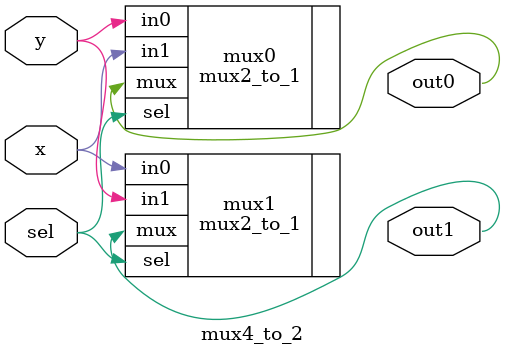
<source format=v>
(* dont_touch = "yes" *)
module mux4_to_2(
    input x,
    input y,
    input sel,
    output out0,
    output out1
    );
    
    mux2_to_1 mux1 (.in0(x), .in1(y), .sel(sel), .mux(out1));
    
    mux2_to_1 mux0 (.in0(y), .in1(x), .sel(sel), .mux(out0));
    
endmodule

</source>
